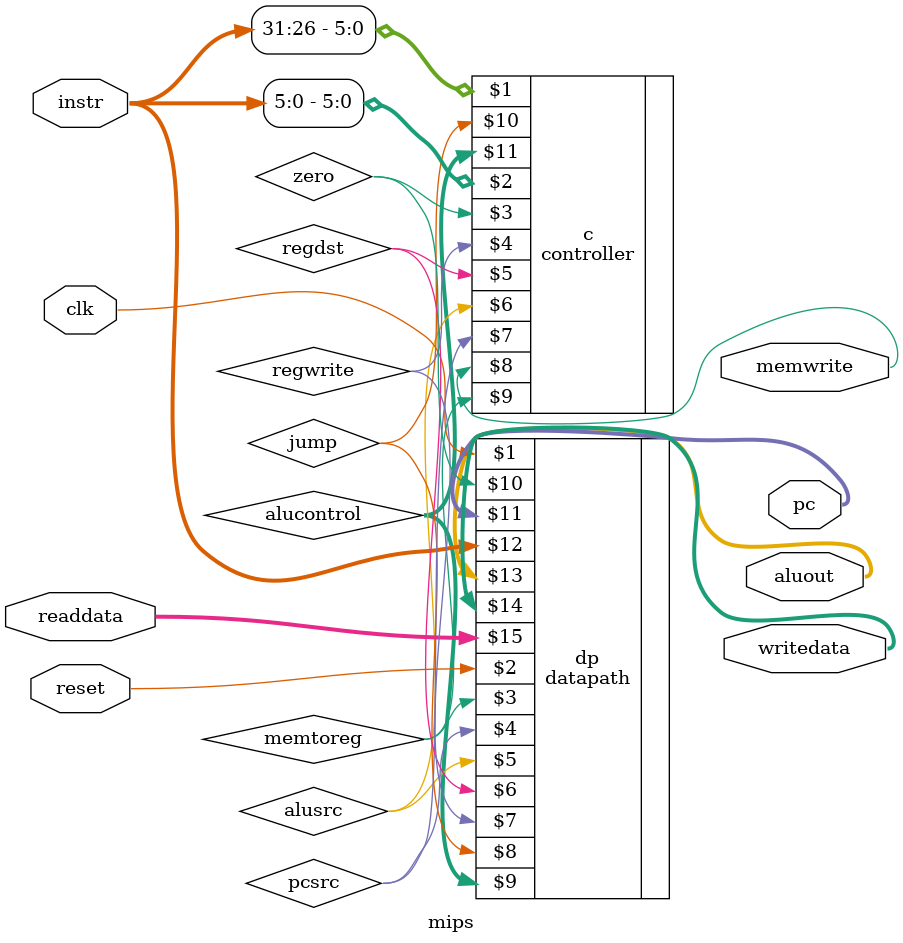
<source format=sv>
`timescale 1ns / 1ps

module mips
(
    input logic clk, reset,
    output logic [31:0] pc,
    input logic [31:0] instr,
    output logic memwrite,
    output logic [31:0] aluout, writedata,
    input logic [31:0] readdata
);
    logic memtoreg, alusrc, regdst, regwrite, jump, pcsrc, zero;
    logic [2:0] alucontrol;
    controller c(instr[31:26], instr[5:0], zero, regwrite, regdst, alusrc, pcsrc, memwrite, memtoreg, jump, alucontrol);
    datapath dp(clk, reset, memtoreg, pcsrc, alusrc, regdst, regwrite, jump, alucontrol, zero, pc, instr, aluout, writedata, readdata);
    
endmodule


</source>
